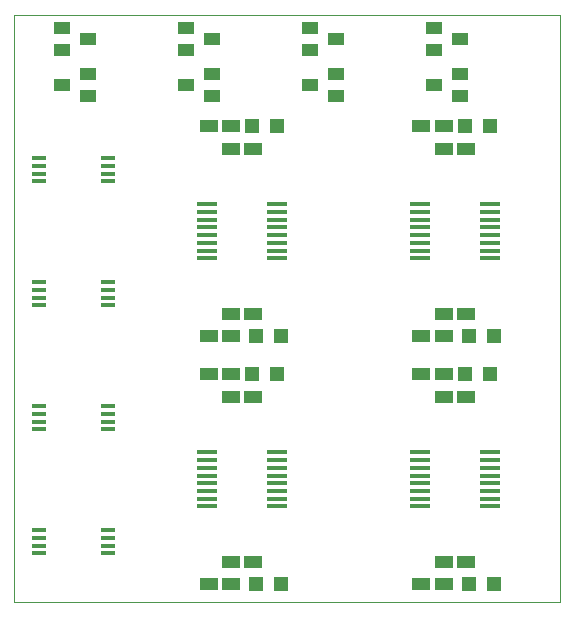
<source format=gbp>
G75*
G70*
%OFA0B0*%
%FSLAX24Y24*%
%IPPOS*%
%LPD*%
%AMOC8*
5,1,8,0,0,1.08239X$1,22.5*
%
%ADD10C,0.0000*%
%ADD11R,0.0551X0.0394*%
%ADD12R,0.0472X0.0138*%
%ADD13R,0.0701X0.0165*%
%ADD14R,0.0591X0.0394*%
%ADD15R,0.0472X0.0472*%
D10*
X000141Y000101D02*
X000141Y019687D01*
X018350Y019687D01*
X018350Y000101D01*
X000141Y000101D01*
D11*
X002610Y016962D03*
X002610Y017710D03*
X001743Y017336D03*
X001743Y018512D03*
X001743Y019260D03*
X002610Y018886D03*
X005877Y018512D03*
X005877Y019260D03*
X006743Y018886D03*
X006743Y017710D03*
X006743Y016962D03*
X005877Y017336D03*
X010011Y017336D03*
X010877Y016962D03*
X010877Y017710D03*
X010011Y018512D03*
X010011Y019260D03*
X010877Y018886D03*
X014145Y018512D03*
X014145Y019260D03*
X015011Y018886D03*
X015011Y017710D03*
X015011Y016962D03*
X014145Y017336D03*
D12*
X003293Y014906D03*
X003293Y014650D03*
X003293Y014394D03*
X003293Y014139D03*
X000990Y014139D03*
X000990Y014394D03*
X000990Y014650D03*
X000990Y014906D03*
X000990Y010772D03*
X000990Y010516D03*
X000990Y010261D03*
X000990Y010005D03*
X003293Y010005D03*
X003293Y010261D03*
X003293Y010516D03*
X003293Y010772D03*
X003293Y006639D03*
X003293Y006383D03*
X003293Y006127D03*
X003293Y005871D03*
X000990Y005871D03*
X000990Y006127D03*
X000990Y006383D03*
X000990Y006639D03*
X000990Y002505D03*
X000990Y002249D03*
X000990Y001993D03*
X000990Y001737D03*
X003293Y001737D03*
X003293Y001993D03*
X003293Y002249D03*
X003293Y002505D03*
D13*
X006594Y003304D03*
X006594Y003559D03*
X006594Y003815D03*
X006594Y004071D03*
X006594Y004327D03*
X006594Y004583D03*
X006594Y004839D03*
X006594Y005095D03*
X008932Y005095D03*
X008932Y004839D03*
X008932Y004583D03*
X008932Y004327D03*
X008932Y004071D03*
X008932Y003815D03*
X008932Y003559D03*
X008932Y003304D03*
X013680Y003304D03*
X013680Y003559D03*
X013680Y003815D03*
X013680Y004071D03*
X013680Y004327D03*
X013680Y004583D03*
X013680Y004839D03*
X013680Y005095D03*
X016019Y005095D03*
X016019Y004839D03*
X016019Y004583D03*
X016019Y004327D03*
X016019Y004071D03*
X016019Y003815D03*
X016019Y003559D03*
X016019Y003304D03*
X016019Y011571D03*
X016019Y011827D03*
X016019Y012083D03*
X016019Y012339D03*
X016019Y012595D03*
X016019Y012851D03*
X016019Y013107D03*
X016019Y013363D03*
X013680Y013363D03*
X013680Y013107D03*
X013680Y012851D03*
X013680Y012595D03*
X013680Y012339D03*
X013680Y012083D03*
X013680Y011827D03*
X013680Y011571D03*
X008932Y011571D03*
X008932Y011827D03*
X008932Y012083D03*
X008932Y012339D03*
X008932Y012595D03*
X008932Y012851D03*
X008932Y013107D03*
X008932Y013363D03*
X006594Y013363D03*
X006594Y013107D03*
X006594Y012851D03*
X006594Y012595D03*
X006594Y012339D03*
X006594Y012083D03*
X006594Y011827D03*
X006594Y011571D03*
D14*
X007393Y009717D03*
X008133Y009717D03*
X007383Y008967D03*
X006643Y008967D03*
X006643Y007699D03*
X007383Y007699D03*
X007393Y006949D03*
X008133Y006949D03*
X008133Y001449D03*
X007393Y001449D03*
X007383Y000699D03*
X006643Y000699D03*
X013730Y000699D03*
X014470Y000699D03*
X014480Y001449D03*
X015220Y001449D03*
X015220Y006949D03*
X014480Y006949D03*
X014470Y007699D03*
X013730Y007699D03*
X013730Y008967D03*
X014470Y008967D03*
X014480Y009717D03*
X015220Y009717D03*
X015220Y015217D03*
X014480Y015217D03*
X014470Y015967D03*
X013730Y015967D03*
X008133Y015217D03*
X007393Y015217D03*
X007383Y015967D03*
X006643Y015967D03*
D15*
X008100Y015967D03*
X008927Y015967D03*
X015186Y015967D03*
X016013Y015967D03*
X016138Y008967D03*
X015311Y008967D03*
X015186Y007699D03*
X016013Y007699D03*
X016138Y000699D03*
X015311Y000699D03*
X009052Y000699D03*
X008225Y000699D03*
X008100Y007699D03*
X008927Y007699D03*
X009052Y008967D03*
X008225Y008967D03*
M02*

</source>
